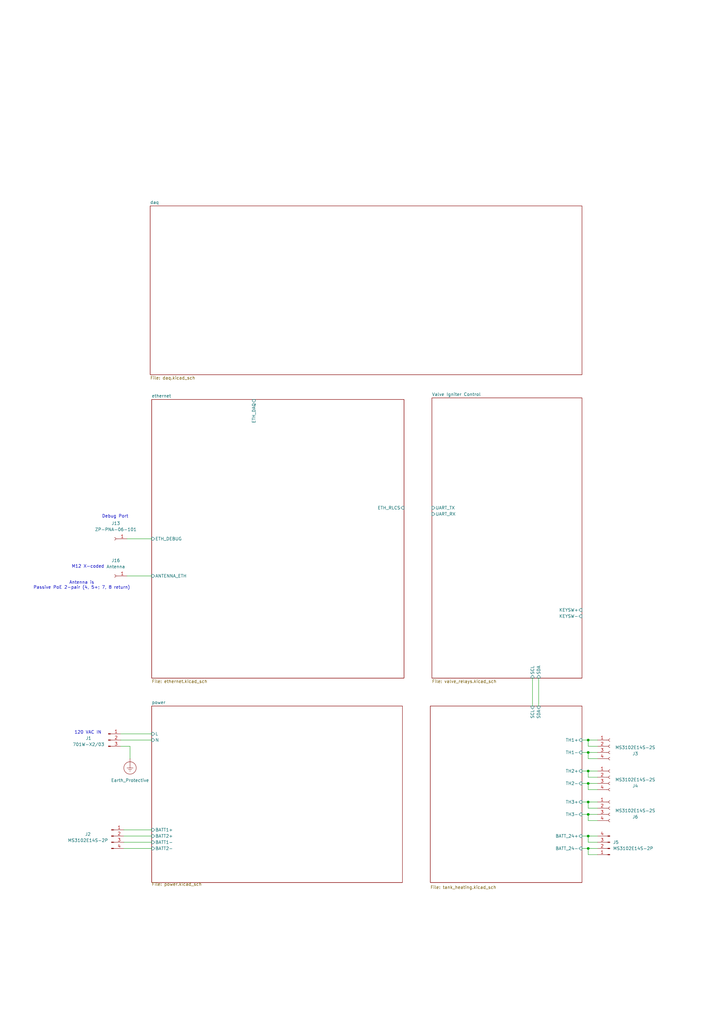
<source format=kicad_sch>
(kicad_sch (version 20231120) (generator "eeschema") (generator_version "8.0")
  (paper "A3" portrait)
  (lib_symbols
    (symbol "Connector:Conn_01x01_Socket" (pin_names (offset 1.016) hide)
      (property "Reference" "J" (at 0 2.54 0))
      (property "Value" "Conn_01x01_Socket" (at 0 -2.54 0))
      (symbol "Conn_01x01_Socket_1_1"
        (polyline (pts (xy -1.27 0) (xy -0.508 0)) (stroke (width 0.1524)))
        (arc (start 0 0.508) (mid -0.5058 0) (end 0 -0.508) (stroke (width 0.1524)))
        (pin passive line (at -5.08 0 0) (length 3.81) (name "Pin_1") (number "1"))
      )
    )
    (symbol "Connector:Conn_01x03_Pin" (pin_names (offset 1.016) hide)
      (property "Reference" "J" (at 0 5.08 0))
      (property "Value" "Conn_01x03_Pin" (at 0 -5.08 0))
      (symbol "Conn_01x03_Pin_1_1"
        (polyline (pts (xy 1.27 -2.54) (xy 0.8636 -2.54)) (stroke (width 0.1524)))
        (polyline (pts (xy 1.27 0) (xy 0.8636 0)) (stroke (width 0.1524)))
        (polyline (pts (xy 1.27 2.54) (xy 0.8636 2.54)) (stroke (width 0.1524)))
        (rectangle (start 0.8636 -2.413) (end 0 -2.667) (stroke (width 0.1524)) (fill (type outline)))
        (rectangle (start 0.8636 0.127) (end 0 -0.127) (stroke (width 0.1524)) (fill (type outline)))
        (rectangle (start 0.8636 2.667) (end 0 2.413) (stroke (width 0.1524)) (fill (type outline)))
        (pin passive line (at 5.08 2.54 180) (length 3.81) (name "Pin_1") (number "1"))
        (pin passive line (at 5.08 0 180) (length 3.81) (name "Pin_2") (number "2"))
        (pin passive line (at 5.08 -2.54 180) (length 3.81) (name "Pin_3") (number "3"))
      )
    )
    (symbol "Connector:Conn_01x04_Pin" (pin_names (offset 1.016) hide)
      (property "Reference" "J" (at 0 5.08 0))
      (property "Value" "Conn_01x04_Pin" (at 0 -7.62 0))
      (symbol "Conn_01x04_Pin_1_1"
        (polyline (pts (xy 1.27 -5.08) (xy 0.8636 -5.08)) (stroke (width 0.1524)))
        (polyline (pts (xy 1.27 -2.54) (xy 0.8636 -2.54)) (stroke (width 0.1524)))
        (polyline (pts (xy 1.27 0) (xy 0.8636 0)) (stroke (width 0.1524)))
        (polyline (pts (xy 1.27 2.54) (xy 0.8636 2.54)) (stroke (width 0.1524)))
        (rectangle (start 0.8636 -4.953) (end 0 -5.207) (stroke (width 0.1524)) (fill (type outline)))
        (rectangle (start 0.8636 -2.413) (end 0 -2.667) (stroke (width 0.1524)) (fill (type outline)))
        (rectangle (start 0.8636 0.127) (end 0 -0.127) (stroke (width 0.1524)) (fill (type outline)))
        (rectangle (start 0.8636 2.667) (end 0 2.413) (stroke (width 0.1524)) (fill (type outline)))
        (pin passive line (at 5.08 2.54 180) (length 3.81) (name "Pin_1") (number "1"))
        (pin passive line (at 5.08 0 180) (length 3.81) (name "Pin_2") (number "2"))
        (pin passive line (at 5.08 -2.54 180) (length 3.81) (name "Pin_3") (number "3"))
        (pin passive line (at 5.08 -5.08 180) (length 3.81) (name "Pin_4") (number "4"))
      )
    )
    (symbol "Connector:Conn_01x04_Socket" (pin_names (offset 1.016) hide)
      (property "Reference" "J" (at 0 5.08 0))
      (property "Value" "Conn_01x04_Socket" (at 0 -7.62 0))
      (symbol "Conn_01x04_Socket_1_1"
        (arc (start 0 -4.572) (mid -0.5058 -5.08) (end 0 -5.588) (stroke (width 0.1524)))
        (arc (start 0 -2.032) (mid -0.5058 -2.54) (end 0 -3.048) (stroke (width 0.1524)))
        (polyline (pts (xy -1.27 -5.08) (xy -0.508 -5.08)) (stroke (width 0.1524)))
        (polyline (pts (xy -1.27 -2.54) (xy -0.508 -2.54)) (stroke (width 0.1524)))
        (polyline (pts (xy -1.27 0) (xy -0.508 0)) (stroke (width 0.1524)))
        (polyline (pts (xy -1.27 2.54) (xy -0.508 2.54)) (stroke (width 0.1524)))
        (arc (start 0 0.508) (mid -0.5058 0) (end 0 -0.508) (stroke (width 0.1524)))
        (arc (start 0 3.048) (mid -0.5058 2.54) (end 0 2.032) (stroke (width 0.1524)))
        (pin passive line (at -5.08 2.54 0) (length 3.81) (name "Pin_1") (number "1"))
        (pin passive line (at -5.08 0 0) (length 3.81) (name "Pin_2") (number "2"))
        (pin passive line (at -5.08 -2.54 0) (length 3.81) (name "Pin_3") (number "3"))
        (pin passive line (at -5.08 -5.08 0) (length 3.81) (name "Pin_4") (number "4"))
      )
    )
    (symbol "power:Earth_Protective" (power) (pin_numbers hide) (pin_names (offset 0) hide)
      (property "Value" "Earth_Protective" (at 0 -7.62 0))
      (symbol "Earth_Protective_0_1"
        (circle (center 0 -3.81) (radius 2.54))
        (polyline (pts (xy -0.635 -4.445) (xy 0.635 -4.445)))
        (polyline (pts (xy -0.127 -5.08) (xy 0.127 -5.08)))
        (polyline (pts (xy 0 -3.81) (xy 0 0)))
        (polyline (pts (xy 1.27 -3.81) (xy -1.27 -3.81)))
      )
      (symbol "Earth_Protective_1_1"
        (pin power_in line (at 0 0 270) (length 0) (name "~") (number "1"))
      )
    )
  )
  (junction (at 241.3 303.53))
  (junction (at 241.3 308.61))
  (junction (at 241.3 316.23))
  (junction (at 241.3 321.31))
  (junction (at 241.3 342.9))
  (junction (at 241.3 328.93))
  (junction (at 241.3 334.01))
  (junction (at 241.3 347.98))
  (wire (pts (xy 245.11 331.47) (xy 241.3 331.47)))
  (wire (pts (xy 241.3 318.77) (xy 241.3 316.23)))
  (wire (pts (xy 238.76 316.23) (xy 241.3 316.23)))
  (wire (pts (xy 241.3 323.85) (xy 241.3 321.31)))
  (wire (pts (xy 241.3 303.53) (xy 245.11 303.53)))
  (wire (pts (xy 241.3 331.47) (xy 241.3 328.93)))
  (wire (pts (xy 241.3 311.15) (xy 241.3 308.61)))
  (wire (pts (xy 238.76 308.61) (xy 241.3 308.61)))
  (wire (pts (xy 241.3 328.93) (xy 245.11 328.93)))
  (wire (pts (xy 50.8 340.36) (xy 62.23 340.36)))
  (wire (pts (xy 220.98 278.13) (xy 220.98 289.56)))
  (wire (pts (xy 241.3 306.07) (xy 241.3 303.53)))
  (wire (pts (xy 241.3 342.9) (xy 245.11 342.9)))
  (wire (pts (xy 241.3 336.55) (xy 241.3 334.01)))
  (wire (pts (xy 50.8 342.9) (xy 62.23 342.9)))
  (wire (pts (xy 49.53 300.99) (xy 62.23 300.99)))
  (wire (pts (xy 241.3 347.98) (xy 245.11 347.98)))
  (wire (pts (xy 52.07 220.98) (xy 62.23 220.98)))
  (wire (pts (xy 241.3 345.44) (xy 241.3 342.9)))
  (wire (pts (xy 50.8 347.98) (xy 62.23 347.98)))
  (wire (pts (xy 241.3 334.01) (xy 245.11 334.01)))
  (wire (pts (xy 241.3 321.31) (xy 245.11 321.31)))
  (wire (pts (xy 241.3 350.52) (xy 241.3 347.98)))
  (wire (pts (xy 245.11 323.85) (xy 241.3 323.85)))
  (wire (pts (xy 49.53 303.53) (xy 62.23 303.53)))
  (wire (pts (xy 53.34 306.07) (xy 53.34 311.15)))
  (wire (pts (xy 49.53 306.07) (xy 53.34 306.07)))
  (wire (pts (xy 238.76 328.93) (xy 241.3 328.93)))
  (wire (pts (xy 238.76 347.98) (xy 241.3 347.98)))
  (wire (pts (xy 245.11 350.52) (xy 241.3 350.52)))
  (wire (pts (xy 52.07 236.22) (xy 62.23 236.22)))
  (wire (pts (xy 238.76 342.9) (xy 241.3 342.9)))
  (wire (pts (xy 245.11 318.77) (xy 241.3 318.77)))
  (wire (pts (xy 245.11 311.15) (xy 241.3 311.15)))
  (wire (pts (xy 245.11 345.44) (xy 241.3 345.44)))
  (wire (pts (xy 245.11 306.07) (xy 241.3 306.07)))
  (wire (pts (xy 241.3 316.23) (xy 245.11 316.23)))
  (wire (pts (xy 218.44 278.13) (xy 218.44 289.56)))
  (wire (pts (xy 238.76 334.01) (xy 241.3 334.01)))
  (wire (pts (xy 50.8 345.44) (xy 62.23 345.44)))
  (wire (pts (xy 245.11 336.55) (xy 241.3 336.55)))
  (wire (pts (xy 238.76 321.31) (xy 241.3 321.31)))
  (wire (pts (xy 238.76 303.53) (xy 241.3 303.53)))
  (wire (pts (xy 241.3 308.61) (xy 245.11 308.61)))
  (text "Debug Port" (at 47.244 211.836 0) (effects (font (size 1.27 1.27))))
  (text "M12 X-coded" (at 36.068 232.41 0) (effects (font (size 1.27 1.27))))
  (text "Antenna is\nPassive PoE 2-pair (4, 5+; 7, 8 return)" (at 33.528 240.03 0) (effects (font (size 1.27 1.27))))
  (text "120 VAC IN" (at 36.068 300.482 0) (effects (font (size 1.27 1.27))))
  (symbol (lib_id "Connector:Conn_01x03_Pin") (at 44.45 303.53 0) (unit 1)
    (property "Reference" "J1" (at 36.322 302.768 0))
    (property "Value" "701W-X2/03" (at 36.322 305.308 0))
    (property "Description" "Generic connector, single row, 01x03, script generated" (effects (hide yes)))
  )
  (symbol (lib_id "Connector:Conn_01x04_Socket") (at 250.19 331.47 0) (unit 1)
    (property "Reference" "J6" (at 260.604 335.026 0))
    (property "Value" "MS3102E14S-2S" (at 260.604 332.486 0))
    (property "Description" "Generic connector, single row, 01x04, script generated" (effects (hide yes)))
  )
  (symbol (lib_id "Connector:Conn_01x04_Socket") (at 250.19 306.07 0) (unit 1)
    (property "Reference" "J3" (at 260.604 309.118 0))
    (property "Value" "MS3102E14S-2S" (at 260.604 306.578 0))
    (property "Description" "Generic connector, single row, 01x04, script generated" (effects (hide yes)))
  )
  (symbol (lib_id "Connector:Conn_01x01_Socket") (at 46.99 220.98 180) (unit 1)
    (property "Reference" "J13" (at 47.498 214.63 0))
    (property "Value" "ZP-PNA-06-101" (at 47.498 217.17 0))
    (property "Description" "Generic connector, single row, 01x01, script generated" (effects (hide yes)))
  )
  (symbol (lib_id "Connector:Conn_01x04_Pin") (at 45.72 342.9 0) (unit 1)
    (property "Reference" "J2" (at 36.068 342.138 0))
    (property "Value" "MS3102E14S-2P" (at 36.068 344.678 0))
    (property "Description" "Generic connector, single row, 01x04, script generated" (effects (hide yes)))
  )
  (symbol (lib_id "Connector:Conn_01x04_Pin") (at 250.19 347.98 180) (unit 1)
    (property "Reference" "J5" (at 251.46 345.4399 0) (effects (justify right)))
    (property "Value" "MS3102E14S-2P" (at 251.46 347.9799 0) (effects (justify right)))
    (property "Description" "Generic connector, single row, 01x04, script generated" (effects (hide yes)))
  )
  (symbol (lib_id "power:Earth_Protective") (at 53.34 311.15 0) (unit 1)
    (property "Reference" "#PWR01" (effects (hide yes)))
    (property "Value" "Earth_Protective" (at 53.34 320.04 0))
    (property "Description" "Power symbol creates a global label with name \"Earth_Protective\"" (effects (hide yes)))
  )
  (symbol (lib_id "Connector:Conn_01x01_Socket") (at 46.99 236.22 180) (unit 1)
    (property "Reference" "J16" (at 47.498 229.87 0))
    (property "Value" "Antenna" (at 47.498 232.41 0))
    (property "Description" "Generic connector, single row, 01x01, script generated" (effects (hide yes)))
  )
  (symbol (lib_id "Connector:Conn_01x04_Socket") (at 250.19 318.77 0) (unit 1)
    (property "Reference" "J4" (at 260.604 322.326 0))
    (property "Value" "MS3102E14S-2S" (at 260.604 319.786 0))
    (property "Description" "Generic connector, single row, 01x04, script generated" (effects (hide yes)))
  )
  (sheet (at 177.165 163.195) (size 61.595 114.935) (stroke (width 0.1524))
    (property "Sheetname" "Valve Igniter Control" (at 177.165 162.4834 0) (effects (justify left bottom)))
    (property "Sheetfile" "valve_relays.kicad_sch" (at 177.165 278.7146 0) (effects (justify left top)))
    (pin "SCL" input (at 218.44 278.13 270))
    (pin "SDA" input (at 220.98 278.13 270))
    (pin "KEYSW-" input (at 238.76 252.73 0))
    (pin "UART_TX" input (at 177.165 208.28 180))
    (pin "KEYSW+" input (at 238.76 250.19 0))
    (pin "UART_RX" input (at 177.165 210.82 180))
  )
  (sheet (at 176.53 289.56) (size 62.23 72.39) (stroke (width 0.1524))
    (property "Sheetname" "tank_heating" (effects (hide yes)))
    (property "Sheetfile" "tank_heating.kicad_sch" (at 176.53 363.1696 0) (effects (justify left top)))
    (pin "BATT_24-" input (at 238.76 347.98 0))
    (pin "BATT_24+" input (at 238.76 342.9 0))
    (pin "TH2+" input (at 238.76 316.23 0))
    (pin "TH2-" input (at 238.76 321.31 0))
    (pin "SCL" input (at 218.44 289.56 90))
    (pin "SDA" input (at 220.98 289.56 90))
    (pin "TH1+" input (at 238.76 303.53 0))
    (pin "TH1-" input (at 238.76 308.61 0))
    (pin "TH3+" input (at 238.76 328.93 0))
    (pin "TH3-" input (at 238.76 334.01 0))
  )
  (sheet (at 61.595 84.455) (size 177.165 69.215) (stroke (width 0.1524))
    (property "Sheetname" "daq" (at 61.595 83.7434 0) (effects (justify left bottom)))
    (property "Sheetfile" "daq.kicad_sch" (at 61.595 154.2546 0) (effects (justify left top)))
  )
  (sheet (at 62.23 289.56) (size 102.87 72.39) (stroke (width 0.1524))
    (property "Sheetname" "power" (at 62.23 288.8484 0) (effects (justify left bottom)))
    (property "Sheetfile" "power.kicad_sch" (at 62.23 361.8996 0) (effects (justify left top)))
    (pin "L" input (at 62.23 300.99 180))
    (pin "N" input (at 62.23 303.53 180))
    (pin "BATT2-" input (at 62.23 347.98 180))
    (pin "BATT1+" input (at 62.23 340.36 180))
    (pin "BATT2+" input (at 62.23 342.9 180))
    (pin "BATT1-" input (at 62.23 345.44 180))
  )
  (sheet (at 62.23 163.83) (size 103.505 114.3) (stroke (width 0.1524))
    (property "Sheetname" "ethernet" (at 62.23 163.1184 0) (effects (justify left bottom)))
    (property "Sheetfile" "ethernet.kicad_sch" (at 62.23 278.7146 0) (effects (justify left top)))
    (pin "ANTENNA_ETH" input (at 62.23 236.22 180))
    (pin "ETH_DEBUG" input (at 62.23 220.98 180))
    (pin "ETH_DAQ" input (at 104.14 163.83 90))
    (pin "ETH_RLCS" input (at 165.735 208.28 0))
  )
)
</source>
